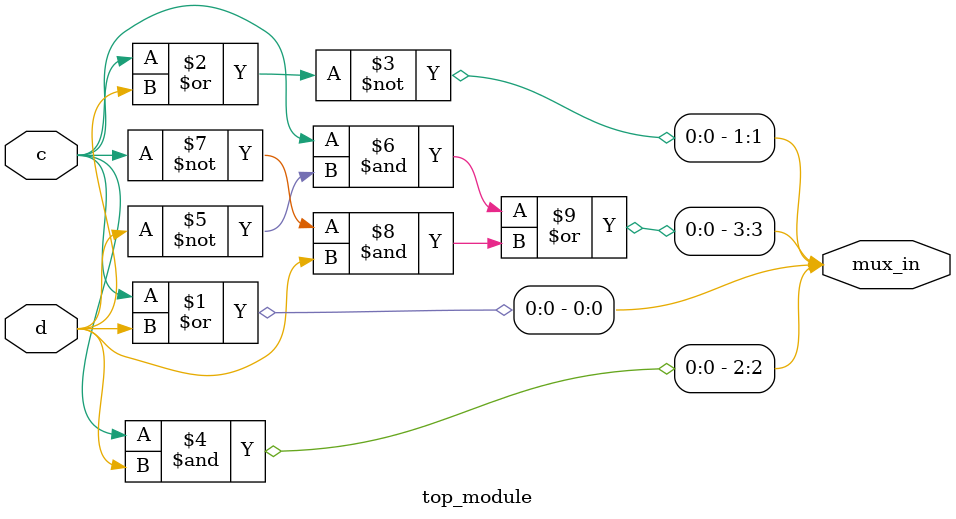
<source format=sv>
module top_module (
    input c,
    input d,
    output [3:0] mux_in
);

    assign mux_in[0] = (c | d);      // output for ab = 00
    assign mux_in[1] = ~(c | d);     // output for ab = 01
    assign mux_in[2] = c & d;        // output for ab = 11
    assign mux_in[3] = (c & ~d) | (~c & d); // output for ab = 10

endmodule

</source>
